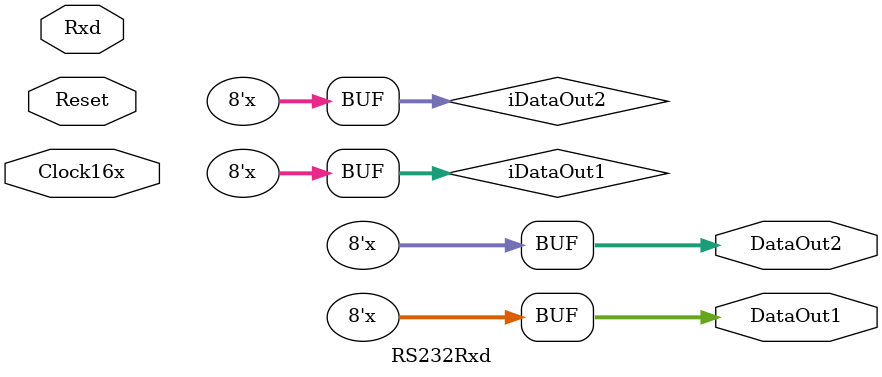
<source format=v>
`timescale 1ns / 1ps

module RS232Rxd(
    input Reset,
    input Clock16x,
    input Rxd,
    output [7:0] DataOut1,
    output [7:0] DataOut2
    );
    
parameter stIdle = 2'b00, stData = 2'b01, stStop = 2'b11;
    
reg [1:0] presState, nextState;
reg iReset, iRxd1, iRxd2, iClock1xEnable;
reg iClock1x = 1'b1;
reg iEnableDataOut;
reg [3:0] iClockDiv       = 4'b1010;
reg [7:0] iDataOut1       = 8'b00000000;
reg [7:0] iDataOut2       = 8'b00000000;
reg [7:0] iShiftRegister  = 8'b00000000;
reg [3:0] iNoBitsReceived = 4'b0000;
    
always@(posedge Clock16x)
begin
    if (Reset == 1'b1 || iReset == 1'b1) begin
        iRxd1          <= 1'b1;
        iRxd2          <= 1'b1;
        iClock1xEnable <= 1'b0;
        iClockDiv      <= 4'b1010;
    end else begin
        iRxd1 <= Rxd;
        iRxd2 <= iRxd1;
    end

    if (iRxd1 == 1'b0 && iRxd2 == 1'b1) 
        iClock1xEnable <= 1'b1;
    else if (iClock1xEnable == 1'b1) begin
        iClockDiv <= iClockDiv + 1'b1;
        iClock1x <= iClockDiv[3];
    end
end

always@(iClock1x or iClock1xEnable)
begin
    if (iClock1xEnable == 1'b0) begin
        iNoBitsReceived <= 4'h0;
        presState <= stIdle;
    end else if(iClock1x == 1'b1) begin
        iNoBitsReceived <= iNoBitsReceived + 1'b1;
        presState <= nextState;
    end

    if (iClock1x == 1'b1) begin
        if (iEnableDataOut == 1'b1) begin
            iDataOut2 <= iDataOut1;
            iDataOut1 <= iShiftRegister;            
        end else begin
            iShiftRegister <= {Rxd, iShiftRegister[7:1]};
        end
    end
end


assign DataOut1 = iDataOut1;
assign DataOut2 = iDataOut2;

always@(presState, iClock1xEnable, iNoBitsReceived)
begin
    iReset <= 1'b0;
    iEnableDataOut <= 1'b0;
    case (presState)
        stIdle : begin
            if(iClock1xEnable == 1'b1)
                nextState <= stData;
            else
                nextState <= stIdle;
        end 
        stData : begin
            if(iNoBitsReceived == 4'b1000) begin
                iEnableDataOut <= 1'b1;
                nextState <= stStop;
            end else begin
                iEnableDataOut <= 1'b0;
                nextState <= stData;
            end
        end
        stStop : begin
            nextState <= stIdle;
            iReset <= 1'b1;
        end
    endcase
end
endmodule
</source>
